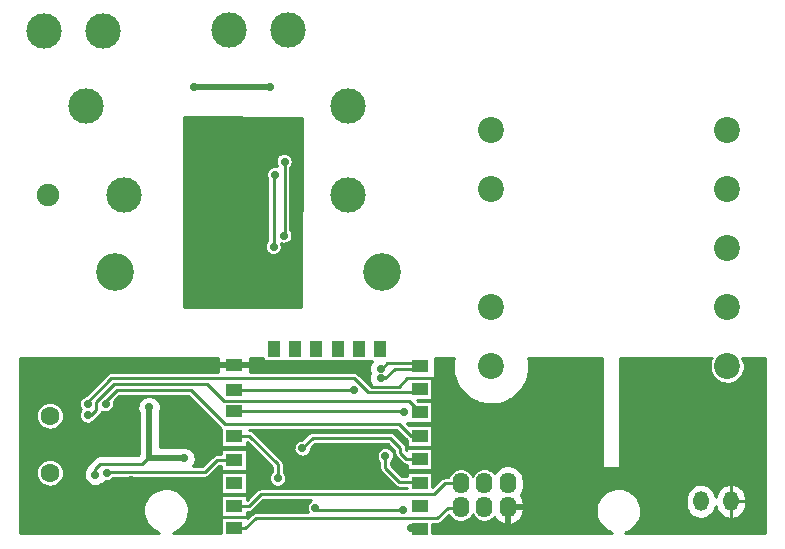
<source format=gtl>
G04 DipTrace 2.4.0.2*
%INlayout____.GTL*%
%MOIN*%
%ADD10C,0.0098*%
%ADD14C,0.0197*%
%ADD15C,0.0118*%
%ADD19O,0.0512X0.0669*%
%ADD25C,0.126*%
%ADD26C,0.1181*%
%ADD27O,0.0551X0.0709*%
%ADD28C,0.1181*%
%ADD29C,0.0748*%
%ADD38C,0.0866*%
%ADD49R,0.0551X0.0433*%
%ADD50R,0.0433X0.0551*%
%ADD51C,0.063*%
%ADD52C,0.0276*%
%FSLAX44Y44*%
G04*
G70*
G90*
G75*
G01*
%LNTop*%
%LPD*%
X2740Y2173D2*
D10*
Y2362D1*
X2898Y2520D1*
X4283D1*
X4504Y2740D1*
X4535D1*
D14*
Y4409D1*
Y2740D2*
X5669D1*
X5701Y2709D1*
X12252Y5701D2*
D10*
Y5669D1*
X12472Y5890D1*
X13655D1*
X13551Y5785D1*
Y5701D1*
X12724D1*
X12409Y5386D1*
X12252D1*
X13008Y1008D2*
X10142D1*
X10079Y1071D1*
X12409Y2803D2*
Y2394D1*
X12882Y1921D1*
X13522D1*
X13551Y1893D1*
X1260Y3118D2*
X1795D1*
Y3559D1*
X3557Y3686D2*
Y3056D1*
X3526D1*
X2896Y3025D2*
X3526D1*
Y3056D1*
X3557Y3686D2*
X2896D1*
Y3025D1*
X11024Y5732D2*
X11339D1*
X11969Y5102D1*
X12850D1*
X13134Y5386D1*
X14299D1*
X14205Y5291D1*
X14142D1*
X7371Y3471D2*
X7868D1*
X8819Y2520D1*
Y2047D1*
X7371Y4276D2*
X13015D1*
X13039Y4252D1*
X2488Y4157D2*
X2614D1*
X2772Y4315D1*
Y4598D1*
X3370Y5197D1*
X6457D1*
X7024Y4630D1*
X13197D1*
X13566Y4261D1*
X13551Y4245D1*
X2488Y4535D2*
X2425D1*
X3276Y5386D1*
X11370D1*
X11843Y4913D1*
X13512D1*
X13614Y5015D1*
X13551D1*
X8550Y15095D2*
D14*
Y15087D1*
X6016D1*
X7371Y4984D2*
D10*
X11363D1*
X11370Y4976D1*
X8738Y12157D2*
X8693D1*
Y9764D1*
X9050Y12595D2*
Y10142D1*
X9039D1*
X13551Y2698D2*
X13113D1*
X12913Y2898D1*
Y3055D1*
X12567Y3402D1*
X9984D1*
X9638Y3055D1*
X13551Y345D2*
Y378D1*
X13260D1*
X7363Y1119D2*
X7859D1*
X8252Y1512D1*
X14016D1*
X14387Y1883D1*
X14925D1*
X3087Y4535D2*
X2992D1*
X3465Y5008D1*
X5921D1*
X7055Y3874D1*
X12850D1*
X13253Y3471D1*
X13551D1*
X3116Y2237D2*
Y2268D1*
X6394D1*
X6792Y2666D1*
X7371D1*
Y377D2*
X7747D1*
X8094Y724D1*
X14142D1*
X14488Y1071D1*
X14901D1*
X14925Y1095D1*
D52*
X1795Y3559D3*
D3*
X6016Y15087D3*
X13260Y378D3*
X3087Y4535D3*
X2488D3*
Y4157D3*
X1260Y3118D3*
X9050Y12595D3*
X8738Y12157D3*
X3116Y2237D3*
X2740Y2173D3*
X2896Y3686D3*
X4535Y4409D3*
X5701Y2709D3*
X9417Y13669D3*
X6929Y13701D3*
X6898Y12378D3*
X7937Y11244D3*
Y9890D3*
X9480Y12567D3*
X6425Y8787D3*
X6047Y13575D3*
Y12189D3*
X7213Y9764D3*
X8550Y15095D3*
X13039Y4252D3*
X11370Y4976D3*
X12252Y5701D3*
Y5386D3*
X8693Y9764D3*
X9039Y10142D3*
X8819Y2047D3*
X12409Y2803D3*
X2236Y5732D3*
X10740D3*
X11024D3*
X9638Y3055D3*
X13008Y1008D3*
X2896Y3025D3*
X10079Y1071D3*
X3557Y3686D3*
X3526Y3056D3*
X16504Y378D3*
X9512Y3496D3*
X3339Y378D3*
X9008Y3213D3*
X21071Y5228D3*
X22079Y5197D3*
X22110Y4441D3*
X20787Y2016D3*
X23559Y2961D3*
X23937Y504D3*
X24630Y1291D3*
X5858Y3213D3*
X5291Y4378D3*
X5984Y5732D3*
X9701Y5827D3*
X1795Y2583D3*
X3937Y1984D3*
X2551Y378D3*
X8913Y1102D3*
X8220Y1953D3*
X14110Y3118D3*
X8598Y3213D3*
X16882Y4220D3*
X17638Y5071D3*
X17165Y1102D3*
X14142Y4630D3*
Y5291D3*
X248Y5964D2*
D10*
X6834D1*
X7906D2*
X8308D1*
X14085D2*
X14656D1*
X17196D2*
X19622D1*
X20252D2*
X23234D1*
X24366D2*
X25043D1*
X248Y5867D2*
X6834D1*
X7906D2*
X11893D1*
X14085D2*
X14645D1*
X17207D2*
X19622D1*
X20252D2*
X23211D1*
X24389D2*
X25043D1*
X248Y5770D2*
X6834D1*
X7906D2*
X11860D1*
X14085D2*
X14642D1*
X17209D2*
X19622D1*
X20252D2*
X23205D1*
X24394D2*
X25043D1*
X248Y5673D2*
X6834D1*
X7906D2*
X11856D1*
X14085D2*
X14647D1*
X17204D2*
X19622D1*
X20252D2*
X23216D1*
X24385D2*
X25043D1*
X248Y5575D2*
X3200D1*
X11446D2*
X11876D1*
X14085D2*
X14659D1*
X17193D2*
X19622D1*
X20252D2*
X23244D1*
X24357D2*
X25043D1*
X248Y5478D2*
X3074D1*
X11571D2*
X11866D1*
X14085D2*
X14679D1*
X17173D2*
X19622D1*
X20252D2*
X23291D1*
X24309D2*
X25043D1*
X248Y5381D2*
X2977D1*
X11668D2*
X11854D1*
X14085D2*
X14708D1*
X17144D2*
X19622D1*
X20252D2*
X23365D1*
X24235D2*
X25043D1*
X248Y5284D2*
X2880D1*
X11766D2*
X11868D1*
X13987D2*
X14744D1*
X17107D2*
X19622D1*
X20252D2*
X23485D1*
X24115D2*
X25043D1*
X248Y5187D2*
X2784D1*
X13987D2*
X14790D1*
X17061D2*
X19622D1*
X20252D2*
X25043D1*
X248Y5090D2*
X2687D1*
X13987D2*
X14848D1*
X17004D2*
X19622D1*
X20252D2*
X25043D1*
X248Y4993D2*
X2588D1*
X13987D2*
X14918D1*
X16935D2*
X19622D1*
X20252D2*
X25043D1*
X248Y4896D2*
X2491D1*
X13987D2*
X15002D1*
X16850D2*
X19622D1*
X20252D2*
X25043D1*
X248Y4799D2*
X2358D1*
X3549D2*
X5836D1*
X13987D2*
X15108D1*
X16744D2*
X19622D1*
X20252D2*
X25043D1*
X248Y4701D2*
X2242D1*
X3452D2*
X4271D1*
X4801D2*
X5935D1*
X13987D2*
X15244D1*
X16609D2*
X19622D1*
X20252D2*
X25043D1*
X248Y4604D2*
X2198D1*
X3377D2*
X4191D1*
X4881D2*
X6032D1*
X13987D2*
X15433D1*
X16420D2*
X19622D1*
X20252D2*
X25043D1*
X248Y4507D2*
X937D1*
X1521D2*
X2190D1*
X3385D2*
X4151D1*
X4921D2*
X6128D1*
X13987D2*
X19622D1*
X20252D2*
X25043D1*
X248Y4410D2*
X841D1*
X1616D2*
X2218D1*
X3357D2*
X4138D1*
X4933D2*
X6225D1*
X13987D2*
X19622D1*
X20252D2*
X25043D1*
X248Y4313D2*
X787D1*
X1670D2*
X2235D1*
X3282D2*
X4151D1*
X4921D2*
X6322D1*
X13987D2*
X19622D1*
X20252D2*
X25043D1*
X248Y4216D2*
X760D1*
X1697D2*
X2195D1*
X2955D2*
X4177D1*
X4893D2*
X6419D1*
X13987D2*
X19622D1*
X20252D2*
X25043D1*
X248Y4119D2*
X752D1*
X1704D2*
X2191D1*
X2869D2*
X4177D1*
X4893D2*
X6516D1*
X13987D2*
X19622D1*
X20252D2*
X25043D1*
X248Y4022D2*
X766D1*
X1690D2*
X2222D1*
X2772D2*
X4177D1*
X4893D2*
X6614D1*
X13987D2*
X19622D1*
X20252D2*
X25043D1*
X248Y3925D2*
X803D1*
X1654D2*
X2307D1*
X2669D2*
X4177D1*
X4893D2*
X6711D1*
X13987D2*
X19622D1*
X20252D2*
X25043D1*
X248Y3827D2*
X869D1*
X1588D2*
X4177D1*
X4893D2*
X6808D1*
X13987D2*
X19622D1*
X20252D2*
X25043D1*
X248Y3730D2*
X989D1*
X1468D2*
X4177D1*
X4893D2*
X6905D1*
X13987D2*
X19622D1*
X20252D2*
X25043D1*
X248Y3633D2*
X4177D1*
X4893D2*
X6934D1*
X7995D2*
X12798D1*
X13987D2*
X19622D1*
X20252D2*
X25043D1*
X248Y3536D2*
X4177D1*
X4893D2*
X6934D1*
X8097D2*
X9826D1*
X12726D2*
X12895D1*
X13987D2*
X19622D1*
X20252D2*
X25043D1*
X248Y3439D2*
X4177D1*
X4893D2*
X6934D1*
X8194D2*
X9729D1*
X12823D2*
X12992D1*
X13987D2*
X19622D1*
X20252D2*
X25043D1*
X248Y3342D2*
X4177D1*
X4893D2*
X6934D1*
X8290D2*
X9590D1*
X12920D2*
X13089D1*
X13987D2*
X19622D1*
X20252D2*
X25043D1*
X248Y3245D2*
X4177D1*
X4893D2*
X6934D1*
X8387D2*
X9409D1*
X13018D2*
X13114D1*
X13987D2*
X19622D1*
X20252D2*
X25043D1*
X248Y3148D2*
X4177D1*
X4893D2*
X6934D1*
X7808D2*
X7897D1*
X8484D2*
X9353D1*
X10024D2*
X12528D1*
X13987D2*
X19622D1*
X20252D2*
X25043D1*
X248Y3051D2*
X4177D1*
X5893D2*
X7994D1*
X8581D2*
X9338D1*
X9938D2*
X12249D1*
X12569D2*
X12624D1*
X13987D2*
X19622D1*
X20252D2*
X25043D1*
X248Y2953D2*
X4177D1*
X6011D2*
X6934D1*
X7808D2*
X8091D1*
X8680D2*
X9357D1*
X9919D2*
X12152D1*
X13987D2*
X19622D1*
X20252D2*
X25043D1*
X248Y2856D2*
X4177D1*
X6070D2*
X6717D1*
X7808D2*
X8189D1*
X8776D2*
X9418D1*
X9858D2*
X12115D1*
X13987D2*
X19622D1*
X20252D2*
X25043D1*
X248Y2759D2*
X2708D1*
X6094D2*
X6591D1*
X7808D2*
X8286D1*
X8873D2*
X12114D1*
X12706D2*
X12759D1*
X13987D2*
X19622D1*
X20252D2*
X25043D1*
X248Y2662D2*
X1029D1*
X1428D2*
X2607D1*
X6096D2*
X6494D1*
X7808D2*
X8383D1*
X8970D2*
X12148D1*
X12672D2*
X12855D1*
X13987D2*
X19622D1*
X20252D2*
X25043D1*
X248Y2565D2*
X887D1*
X1568D2*
X2510D1*
X6071D2*
X6398D1*
X7808D2*
X8480D1*
X9024D2*
X12199D1*
X12620D2*
X12952D1*
X13987D2*
X19622D1*
X20252D2*
X25043D1*
X248Y2468D2*
X814D1*
X1644D2*
X2450D1*
X7808D2*
X8577D1*
X9029D2*
X12199D1*
X12629D2*
X13114D1*
X13987D2*
X16349D1*
X16650D2*
X19622D1*
X20252D2*
X25043D1*
X248Y2371D2*
X772D1*
X1685D2*
X2396D1*
X6791D2*
X6934D1*
X7808D2*
X8609D1*
X9029D2*
X12200D1*
X12726D2*
X13114D1*
X13987D2*
X14793D1*
X15057D2*
X15580D1*
X15845D2*
X16160D1*
X16840D2*
X25043D1*
X248Y2274D2*
X754D1*
X1704D2*
X2356D1*
X6693D2*
X8609D1*
X9029D2*
X12239D1*
X12823D2*
X14624D1*
X15226D2*
X15411D1*
X16014D2*
X16068D1*
X16933D2*
X25043D1*
X248Y2177D2*
X757D1*
X1701D2*
X2342D1*
X6596D2*
X6934D1*
X7808D2*
X8551D1*
X9087D2*
X12332D1*
X12920D2*
X13114D1*
X13987D2*
X14547D1*
X16989D2*
X25043D1*
X248Y2079D2*
X780D1*
X1678D2*
X2354D1*
X6473D2*
X6934D1*
X7808D2*
X8521D1*
X9116D2*
X12431D1*
X13987D2*
X14336D1*
X17023D2*
X25043D1*
X248Y1982D2*
X827D1*
X1630D2*
X2393D1*
X3263D2*
X6934D1*
X7808D2*
X8528D1*
X9110D2*
X12528D1*
X13987D2*
X14193D1*
X17035D2*
X25043D1*
X248Y1885D2*
X912D1*
X1545D2*
X2471D1*
X3009D2*
X6934D1*
X7808D2*
X8569D1*
X9069D2*
X12625D1*
X13987D2*
X14095D1*
X17035D2*
X25043D1*
X248Y1788D2*
X1089D1*
X1367D2*
X2687D1*
X2794D2*
X6934D1*
X7808D2*
X8681D1*
X8956D2*
X12721D1*
X17035D2*
X22644D1*
X23206D2*
X23644D1*
X24206D2*
X25043D1*
X248Y1691D2*
X4869D1*
X5324D2*
X6934D1*
X7808D2*
X8152D1*
X17023D2*
X19948D1*
X20403D2*
X22532D1*
X23319D2*
X23531D1*
X24318D2*
X25043D1*
X248Y1594D2*
X4663D1*
X5530D2*
X6934D1*
X7808D2*
X8040D1*
X16992D2*
X19742D1*
X20609D2*
X22466D1*
X23385D2*
X23467D1*
X24385D2*
X25043D1*
X248Y1497D2*
X4546D1*
X5647D2*
X7943D1*
X16936D2*
X19625D1*
X20726D2*
X22429D1*
X24423D2*
X25043D1*
X248Y1400D2*
X4464D1*
X5728D2*
X6925D1*
X16984D2*
X19544D1*
X20806D2*
X22412D1*
X24440D2*
X25043D1*
X248Y1302D2*
X4408D1*
X5785D2*
X6925D1*
X8337D2*
X9896D1*
X17020D2*
X19487D1*
X20864D2*
X22410D1*
X24441D2*
X25043D1*
X248Y1205D2*
X4368D1*
X5825D2*
X6925D1*
X8240D2*
X9813D1*
X17035D2*
X19445D1*
X20904D2*
X22410D1*
X24441D2*
X25043D1*
X248Y1108D2*
X4341D1*
X5851D2*
X6925D1*
X8141D2*
X9783D1*
X17035D2*
X19420D1*
X20930D2*
X22419D1*
X24432D2*
X25043D1*
X248Y1011D2*
X4329D1*
X5864D2*
X6925D1*
X8044D2*
X9786D1*
X17035D2*
X19408D1*
X20943D2*
X22447D1*
X24403D2*
X25043D1*
X248Y914D2*
X4329D1*
X5864D2*
X6925D1*
X7800D2*
X8019D1*
X17026D2*
X19408D1*
X20943D2*
X22501D1*
X23350D2*
X23501D1*
X24349D2*
X25043D1*
X248Y817D2*
X4341D1*
X5851D2*
X6925D1*
X7800D2*
X7894D1*
X16996D2*
X19420D1*
X20930D2*
X22590D1*
X23260D2*
X23590D1*
X24261D2*
X25043D1*
X248Y720D2*
X4368D1*
X5825D2*
X6934D1*
X14431D2*
X14608D1*
X15242D2*
X15396D1*
X16943D2*
X19447D1*
X20904D2*
X22768D1*
X23082D2*
X23768D1*
X24082D2*
X25043D1*
X248Y623D2*
X4409D1*
X5784D2*
X6934D1*
X14334D2*
X14751D1*
X15100D2*
X15539D1*
X15888D2*
X16143D1*
X16858D2*
X19487D1*
X20863D2*
X25043D1*
X248Y526D2*
X4468D1*
X5727D2*
X6934D1*
X14179D2*
X16303D1*
X16697D2*
X19545D1*
X20804D2*
X25043D1*
X248Y428D2*
X4549D1*
X5644D2*
X6934D1*
X13987D2*
X19627D1*
X20723D2*
X25043D1*
X248Y331D2*
X4667D1*
X5525D2*
X6934D1*
X13987D2*
X19745D1*
X20604D2*
X25043D1*
X22420Y1361D2*
X22426Y1445D1*
X22452Y1540D1*
X22495Y1628D1*
X22555Y1706D1*
X22628Y1771D1*
X22713Y1821D1*
X22806Y1853D1*
X22903Y1867D1*
X23002Y1861D1*
X23097Y1837D1*
X23186Y1795D1*
X23264Y1736D1*
X23331Y1664D1*
X23381Y1580D1*
X23415Y1487D1*
X23425Y1438D1*
X23439Y1502D1*
X23463Y1567D1*
X23495Y1628D1*
X23535Y1684D1*
X23583Y1734D1*
X23636Y1777D1*
X23696Y1812D1*
X23759Y1839D1*
X23825Y1857D1*
X23894Y1866D1*
X23962D1*
X24031Y1856D1*
X24097Y1837D1*
X24160Y1809D1*
X24218Y1773D1*
X24272Y1730D1*
X24319Y1679D1*
X24358Y1623D1*
X24390Y1562D1*
X24413Y1497D1*
X24426Y1429D1*
X24431Y1361D1*
X24430Y1164D1*
X24420Y1096D1*
X24400Y1030D1*
X24372Y967D1*
X24336Y909D1*
X24292Y856D1*
X24242Y809D1*
X24185Y770D1*
X24124Y738D1*
X24059Y716D1*
X23991Y702D1*
X23923Y698D1*
X23854Y703D1*
X23787Y717D1*
X23722Y741D1*
X23661Y772D1*
X23605Y812D1*
X23555Y859D1*
X23511Y913D1*
X23476Y972D1*
X23448Y1035D1*
X23430Y1101D1*
X23425Y1127D1*
X23410Y1058D1*
X23372Y967D1*
X23318Y885D1*
X23249Y815D1*
X23168Y760D1*
X23078Y721D1*
X22982Y701D1*
X22883Y700D1*
X22787Y717D1*
X22695Y753D1*
X22612Y806D1*
X22541Y874D1*
X22485Y955D1*
X22445Y1044D1*
X22423Y1140D1*
X22419Y1204D1*
X22421Y1361D1*
X20933Y915D2*
X20920Y817D1*
X20895Y722D1*
X20858Y631D1*
X20809Y546D1*
X20749Y467D1*
X20680Y397D1*
X20603Y337D1*
X20518Y287D1*
X20428Y248D1*
X20397Y238D1*
X25053D1*
Y6061D1*
X24313D1*
X24341Y6005D1*
X24370Y5912D1*
X24384Y5814D1*
X24383Y5733D1*
X24366Y5636D1*
X24334Y5544D1*
X24286Y5458D1*
X24225Y5381D1*
X24152Y5315D1*
X24068Y5263D1*
X23978Y5225D1*
X23882Y5204D1*
X23784Y5198D1*
X23686Y5209D1*
X23591Y5236D1*
X23503Y5279D1*
X23423Y5336D1*
X23353Y5406D1*
X23296Y5486D1*
X23254Y5574D1*
X23227Y5669D1*
X23216Y5767D1*
X23221Y5865D1*
X23243Y5961D1*
X23281Y6051D1*
X23286Y6061D1*
X20241D1*
X20242Y5325D1*
Y2404D1*
X19632D1*
Y6062D1*
X19148Y6061D1*
X17168D1*
X17187Y5960D1*
X17197Y5862D1*
X17199Y5733D1*
X17191Y5635D1*
X17176Y5538D1*
X17153Y5442D1*
X17124Y5348D1*
X17086Y5257D1*
X17042Y5169D1*
X16992Y5085D1*
X16935Y5005D1*
X16872Y4929D1*
X16803Y4859D1*
X16729Y4794D1*
X16650Y4735D1*
X16567Y4682D1*
X16480Y4636D1*
X16390Y4596D1*
X16297Y4564D1*
X16202Y4539D1*
X16105Y4522D1*
X16007Y4511D1*
X15909Y4509D1*
X15811Y4514D1*
X15713Y4527D1*
X15617Y4547D1*
X15522Y4575D1*
X15430Y4609D1*
X15341Y4651D1*
X15256Y4700D1*
X15174Y4755D1*
X15097Y4816D1*
X15025Y4883D1*
X14958Y4955D1*
X14897Y5032D1*
X14842Y5114D1*
X14794Y5200D1*
X14752Y5289D1*
X14718Y5381D1*
X14690Y5475D1*
X14670Y5572D1*
X14658Y5669D1*
X14653Y5767D1*
X14655Y5866D1*
X14666Y5964D1*
X14684Y6062D1*
X14226Y6061D1*
X14077D1*
X14076Y5809D1*
Y5319D1*
X13976D1*
X13978Y5088D1*
Y4647D1*
X13463D1*
X13499Y4612D1*
X13812Y4613D1*
X13978D1*
Y3877D1*
X13132D1*
X13170Y3839D1*
X13714Y3840D1*
X13978D1*
Y3103D1*
X13123D1*
Y3317D1*
X12766Y3674D1*
X12309Y3673D1*
X7868Y3672D1*
X7916Y3666D1*
X7962Y3648D1*
X8010Y3613D1*
X8961Y2662D1*
X8991Y2623D1*
X9011Y2578D1*
X9020Y2520D1*
Y2257D1*
X9046Y2227D1*
X9073Y2186D1*
X9093Y2141D1*
X9105Y2094D1*
X9108Y2047D1*
X9104Y1998D1*
X9092Y1951D1*
X9071Y1906D1*
X9044Y1865D1*
X9010Y1830D1*
X8970Y1801D1*
X8926Y1779D1*
X8879Y1764D1*
X8831Y1758D1*
X8781Y1760D1*
X8733Y1771D1*
X8688Y1789D1*
X8646Y1815D1*
X8609Y1848D1*
X8579Y1886D1*
X8555Y1929D1*
X8539Y1976D1*
X8530Y2024D1*
X8531Y2073D1*
X8539Y2122D1*
X8556Y2168D1*
X8580Y2211D1*
X8619Y2256D1*
X8618Y2436D1*
X7797Y3257D1*
X7798Y3103D1*
X6943D1*
Y3707D1*
X6913Y3732D1*
X5838Y4808D1*
X3548Y4807D1*
X3362Y4621D1*
X3372Y4582D1*
X3376Y4535D1*
X3372Y4486D1*
X3359Y4439D1*
X3339Y4394D1*
X3312Y4353D1*
X3278Y4318D1*
X3238Y4289D1*
X3194Y4267D1*
X3147Y4252D1*
X3098Y4246D1*
X3049Y4249D1*
X3001Y4259D1*
X2968Y4272D1*
X2949Y4220D1*
X2914Y4173D1*
X2713Y3975D1*
X2679Y3940D1*
X2640Y3911D1*
X2596Y3889D1*
X2549Y3874D1*
X2500Y3868D1*
X2451Y3871D1*
X2403Y3881D1*
X2357Y3899D1*
X2315Y3925D1*
X2279Y3958D1*
X2248Y3996D1*
X2224Y4039D1*
X2208Y4086D1*
X2200Y4134D1*
Y4183D1*
X2209Y4232D1*
X2225Y4278D1*
X2249Y4321D1*
X2270Y4346D1*
X2248Y4374D1*
X2224Y4417D1*
X2208Y4464D1*
X2200Y4512D1*
Y4561D1*
X2209Y4610D1*
X2225Y4656D1*
X2249Y4699D1*
X2280Y4737D1*
X2318Y4769D1*
X2360Y4795D1*
X2422Y4816D1*
X3134Y5528D1*
X3172Y5558D1*
X3217Y5578D1*
X3276Y5587D1*
X6845D1*
X6844Y6061D1*
X238D1*
Y238D1*
X4866Y241D1*
X4774Y276D1*
X4688Y324D1*
X4609Y382D1*
X4537Y450D1*
X4476Y527D1*
X4424Y611D1*
X4384Y700D1*
X4356Y795D1*
X4341Y892D1*
X4338Y990D1*
X4348Y1088D1*
X4370Y1184D1*
X4404Y1276D1*
X4451Y1363D1*
X4508Y1443D1*
X4574Y1515D1*
X4650Y1578D1*
X4733Y1630D1*
X4822Y1672D1*
X4916Y1701D1*
X5013Y1718D1*
X5111Y1723D1*
X5209Y1715D1*
X5306Y1694D1*
X5398Y1660D1*
X5486Y1616D1*
X5567Y1560D1*
X5640Y1494D1*
X5704Y1419D1*
X5758Y1337D1*
X5800Y1248D1*
X5831Y1155D1*
X5850Y1058D1*
X5856Y964D1*
X5849Y866D1*
X5830Y769D1*
X5799Y676D1*
X5756Y587D1*
X5702Y505D1*
X5637Y431D1*
X5564Y366D1*
X5483Y310D1*
X5395Y266D1*
X5318Y238D1*
X6945D1*
X6943Y403D1*
Y745D1*
X7798D1*
Y713D1*
X7953Y866D1*
X7991Y897D1*
X8036Y917D1*
X8094Y925D1*
X9828D1*
X9798Y999D1*
X9790Y1048D1*
X9791Y1097D1*
X9799Y1145D1*
X9816Y1191D1*
X9840Y1234D1*
X9871Y1272D1*
X9920Y1312D1*
X8336Y1311D1*
X8001Y977D1*
X7962Y946D1*
X7917Y926D1*
X7859Y918D1*
X7790D1*
Y750D1*
X6935D1*
Y1487D1*
X7790D1*
Y1334D1*
X8110Y1654D1*
X8149Y1684D1*
X8194Y1704D1*
X8252Y1713D1*
X13122D1*
X13079Y1720D1*
X12882D1*
X12833Y1726D1*
X12787Y1744D1*
X12740Y1779D1*
X12267Y2252D1*
X12237Y2290D1*
X12217Y2335D1*
X12209Y2394D1*
Y2595D1*
X12169Y2642D1*
X12145Y2685D1*
X12129Y2731D1*
X12121Y2780D1*
Y2829D1*
X12130Y2877D1*
X12146Y2924D1*
X12171Y2967D1*
X12202Y3005D1*
X12239Y3037D1*
X12281Y3062D1*
X12327Y3080D1*
X12375Y3090D1*
X12424Y3092D1*
X12472Y3086D1*
X12519Y3071D1*
X12563Y3048D1*
X12602Y3019D1*
X12636Y2983D1*
X12663Y2942D1*
X12683Y2897D1*
X12695Y2849D1*
X12699Y2803D1*
X12695Y2754D1*
X12682Y2707D1*
X12662Y2662D1*
X12634Y2621D1*
X12610Y2596D1*
Y2476D1*
X12966Y2121D1*
X13123Y2122D1*
Y2261D1*
X13978D1*
Y1758D1*
X14245Y2025D1*
X14284Y2055D1*
X14328Y2075D1*
X14387Y2084D1*
X14514D1*
X14537Y2140D1*
X14560Y2183D1*
X14588Y2224D1*
X14620Y2261D1*
X14657Y2294D1*
X14697Y2322D1*
X14740Y2346D1*
X14785Y2365D1*
X14832Y2379D1*
X14881Y2386D1*
X14930Y2389D1*
X14979Y2385D1*
X15027Y2376D1*
X15074Y2362D1*
X15119Y2342D1*
X15162Y2317D1*
X15201Y2288D1*
X15237Y2254D1*
X15268Y2216D1*
X15295Y2175D1*
X15319Y2127D1*
X15347Y2183D1*
X15375Y2224D1*
X15408Y2261D1*
X15444Y2294D1*
X15484Y2322D1*
X15527Y2346D1*
X15572Y2365D1*
X15620Y2379D1*
X15668Y2386D1*
X15717Y2389D1*
X15766Y2385D1*
X15815Y2376D1*
X15862Y2362D1*
X15907Y2342D1*
X15949Y2317D1*
X15989Y2288D1*
X16047Y2227D1*
X16097Y2299D1*
X16167Y2368D1*
X16249Y2423D1*
X16339Y2462D1*
X16435Y2483D1*
X16533Y2486D1*
X16630Y2471D1*
X16723Y2438D1*
X16807Y2388D1*
X16881Y2323D1*
X16942Y2246D1*
X16987Y2159D1*
X17015Y2065D1*
X17026Y1967D1*
X17024Y1804D1*
X17023Y1755D1*
X17005Y1658D1*
X16969Y1567D1*
X16921Y1490D1*
X16962Y1425D1*
X16991Y1362D1*
X17011Y1296D1*
X17023Y1228D1*
X17026Y1155D1*
X17024Y977D1*
X17014Y909D1*
X16996Y843D1*
X16969Y780D1*
X16934Y720D1*
X16892Y666D1*
X16842Y618D1*
X16787Y577D1*
X16727Y543D1*
X16663Y517D1*
X16597Y500D1*
X16528Y492D1*
X16459Y493D1*
X16391Y502D1*
X16325Y521D1*
X16262Y548D1*
X16203Y583D1*
X16148Y626D1*
X16100Y675D1*
X16059Y730D1*
X16047Y751D1*
X16008Y708D1*
X15971Y676D1*
X15930Y649D1*
X15886Y626D1*
X15840Y609D1*
X15793Y597D1*
X15744Y591D1*
X15695Y590D1*
X15646Y595D1*
X15598Y605D1*
X15551Y621D1*
X15507Y642D1*
X15465Y669D1*
X15427Y699D1*
X15392Y734D1*
X15362Y773D1*
X15336Y815D1*
X15319Y853D1*
X15283Y784D1*
X15254Y744D1*
X15221Y708D1*
X15183Y676D1*
X15143Y649D1*
X15099Y626D1*
X15053Y609D1*
X15005Y597D1*
X14956Y591D1*
X14907Y590D1*
X14858Y595D1*
X14810Y605D1*
X14764Y621D1*
X14719Y642D1*
X14678Y669D1*
X14639Y699D1*
X14605Y734D1*
X14574Y773D1*
X14539Y836D1*
X14352Y650D1*
X14284Y582D1*
X14245Y552D1*
X14200Y532D1*
X14142Y524D1*
X13977D1*
X13978Y238D1*
X19952D1*
X19853Y276D1*
X19767Y324D1*
X19687Y382D1*
X19616Y450D1*
X19554Y527D1*
X19503Y611D1*
X19463Y700D1*
X19435Y795D1*
X19419Y892D1*
X19416Y990D1*
X19426Y1088D1*
X19449Y1184D1*
X19483Y1276D1*
X19529Y1363D1*
X19586Y1443D1*
X19653Y1515D1*
X19729Y1578D1*
X19812Y1630D1*
X19901Y1672D1*
X19995Y1701D1*
X20092Y1718D1*
X20190Y1723D1*
X20288Y1715D1*
X20384Y1694D1*
X20477Y1660D1*
X20564Y1616D1*
X20645Y1560D1*
X20719Y1494D1*
X20783Y1419D1*
X20836Y1337D1*
X20879Y1248D1*
X20910Y1155D1*
X20928Y1058D1*
X20934Y964D1*
X20933Y915D1*
X3349Y2067D2*
X3307Y2020D1*
X3267Y1991D1*
X3224Y1969D1*
X3177Y1954D1*
X3128Y1948D1*
X3059Y1955D1*
X3021Y1906D1*
X2985Y1872D1*
X2945Y1844D1*
X2901Y1821D1*
X2855Y1803D1*
X2808Y1791D1*
X2759Y1786D1*
X2710Y1787D1*
X2661Y1794D1*
X2613Y1807D1*
X2568Y1826D1*
X2526Y1850D1*
X2486Y1880D1*
X2451Y1914D1*
X2421Y1953D1*
X2396Y1995D1*
X2376Y2040D1*
X2362Y2088D1*
X2354Y2136D1*
X2353Y2185D1*
X2357Y2234D1*
X2368Y2282D1*
X2385Y2328D1*
X2407Y2372D1*
X2448Y2428D1*
X2469Y2490D1*
X2494Y2532D1*
X2529Y2574D1*
X2686Y2731D1*
X2724Y2763D1*
X2766Y2788D1*
X2812Y2806D1*
X2844Y2814D1*
X2898Y2819D1*
X4160D1*
X4186Y2845D1*
X4187Y3724D1*
Y4240D1*
X4171Y4277D1*
X4157Y4324D1*
X4149Y4372D1*
X4148Y4421D1*
X4152Y4470D1*
X4163Y4518D1*
X4180Y4565D1*
X4203Y4608D1*
X4230Y4649D1*
X4263Y4686D1*
X4300Y4718D1*
X4341Y4745D1*
X4385Y4767D1*
X4432Y4783D1*
X4480Y4793D1*
X4529Y4797D1*
X4578Y4795D1*
X4626Y4786D1*
X4673Y4772D1*
X4718Y4751D1*
X4760Y4726D1*
X4798Y4695D1*
X4832Y4659D1*
X4861Y4620D1*
X4885Y4577D1*
X4904Y4531D1*
X4916Y4483D1*
X4923Y4409D1*
X4920Y4360D1*
X4911Y4312D1*
X4884Y4242D1*
Y3088D1*
X5623Y3089D1*
X5694Y3096D1*
X5743Y3094D1*
X5792Y3086D1*
X5839Y3071D1*
X5884Y3051D1*
X5925Y3025D1*
X5964Y2994D1*
X5998Y2958D1*
X6027Y2919D1*
X6051Y2876D1*
X6069Y2830D1*
X6081Y2783D1*
X6089Y2709D1*
X6085Y2660D1*
X6076Y2611D1*
X6061Y2565D1*
X6040Y2520D1*
X6004Y2468D1*
X6310Y2469D1*
X6650Y2808D1*
X6689Y2839D1*
X6734Y2858D1*
X6792Y2867D1*
X6945D1*
X6943Y3034D1*
X7798D1*
Y2298D1*
X6943D1*
Y2466D1*
X6874D1*
X6691Y2281D1*
X6536Y2126D1*
X6497Y2096D1*
X6452Y2076D1*
X6394Y2067D1*
X3350D1*
X11898Y5544D2*
X11874Y5615D1*
X11866Y5664D1*
X11864Y5713D1*
X11869Y5762D1*
X11880Y5810D1*
X11897Y5856D1*
X11919Y5900D1*
X11950Y5944D1*
X11869Y5945D1*
X11837Y5944D1*
X11150Y5945D1*
X10991Y5944D1*
X10451Y5945D1*
X10471Y5944D1*
X9735Y5945D1*
X9754Y5944D1*
X9018Y5945D1*
X8857Y5944D1*
X8317D1*
Y6062D1*
X7895Y6061D1*
X7896Y5988D1*
Y5587D1*
X11370D1*
X11419Y5581D1*
X11465Y5563D1*
X11512Y5528D1*
X11926Y5113D1*
X11976Y5114D1*
X11933Y5166D1*
X11907Y5208D1*
X11888Y5253D1*
X11874Y5300D1*
X11866Y5349D1*
X11864Y5398D1*
X11869Y5447D1*
X11880Y5495D1*
X11897Y5542D1*
X9923Y3006D2*
X9911Y2959D1*
X9890Y2914D1*
X9863Y2873D1*
X9829Y2838D1*
X9789Y2808D1*
X9745Y2786D1*
X9698Y2772D1*
X9649Y2766D1*
X9600Y2768D1*
X9552Y2779D1*
X9507Y2797D1*
X9465Y2823D1*
X9428Y2856D1*
X9397Y2894D1*
X9374Y2937D1*
X9357Y2983D1*
X9349Y3032D1*
X9350Y3081D1*
X9358Y3129D1*
X9375Y3176D1*
X9399Y3218D1*
X9430Y3257D1*
X9467Y3289D1*
X9509Y3314D1*
X9555Y3332D1*
X9603Y3342D1*
X9641Y3344D1*
X9842Y3544D1*
X9881Y3574D1*
X9926Y3594D1*
X9984Y3602D1*
X12567D1*
X12616Y3596D1*
X12661Y3579D1*
X12709Y3544D1*
X13055Y3197D1*
X13086Y3158D1*
X13105Y3114D1*
X13114Y3055D1*
Y2980D1*
X13123Y3019D1*
Y3066D1*
X13978D1*
Y2330D1*
X13123D1*
Y2497D1*
X13064Y2503D1*
X13019Y2521D1*
X12971Y2556D1*
X12771Y2756D1*
X12741Y2794D1*
X12721Y2839D1*
X12713Y2898D1*
Y2973D1*
X12483Y3201D1*
X10068D1*
X9927Y3061D1*
X9923Y3006D1*
X6993Y2249D2*
X7798D1*
Y1513D1*
X6943D1*
Y2249D1*
X6993D1*
X1692Y2187D2*
X1685Y2139D1*
X1672Y2091D1*
X1654Y2045D1*
X1631Y2001D1*
X1605Y1960D1*
X1573Y1922D1*
X1538Y1888D1*
X1500Y1857D1*
X1459Y1830D1*
X1415Y1808D1*
X1368Y1791D1*
X1321Y1779D1*
X1272Y1772D1*
X1223Y1770D1*
X1174Y1773D1*
X1125Y1781D1*
X1078Y1795D1*
X1032Y1813D1*
X989Y1836D1*
X948Y1863D1*
X910Y1895D1*
X876Y1930D1*
X846Y1969D1*
X820Y2011D1*
X798Y2055D1*
X782Y2101D1*
X770Y2149D1*
X763Y2198D1*
X762Y2247D1*
X766Y2296D1*
X775Y2344D1*
X788Y2392D1*
X807Y2437D1*
X831Y2480D1*
X859Y2521D1*
X891Y2558D1*
X926Y2592D1*
X966Y2622D1*
X1008Y2647D1*
X1052Y2668D1*
X1099Y2684D1*
X1146Y2696D1*
X1195Y2702D1*
X1244D1*
X1293Y2698D1*
X1342Y2689D1*
X1389Y2674D1*
X1434Y2655D1*
X1477Y2631D1*
X1517Y2603D1*
X1554Y2570D1*
X1587Y2534D1*
X1617Y2495D1*
X1642Y2452D1*
X1662Y2408D1*
X1678Y2361D1*
X1689Y2313D1*
X1695Y2236D1*
X1692Y2187D1*
Y4087D2*
X1685Y4039D1*
X1672Y3991D1*
X1654Y3945D1*
X1631Y3901D1*
X1605Y3860D1*
X1573Y3822D1*
X1538Y3788D1*
X1500Y3757D1*
X1459Y3730D1*
X1415Y3708D1*
X1368Y3691D1*
X1321Y3679D1*
X1272Y3672D1*
X1223Y3670D1*
X1174Y3673D1*
X1125Y3681D1*
X1078Y3695D1*
X1032Y3713D1*
X989Y3736D1*
X948Y3763D1*
X910Y3795D1*
X876Y3830D1*
X846Y3869D1*
X820Y3911D1*
X798Y3955D1*
X782Y4001D1*
X770Y4049D1*
X763Y4098D1*
X762Y4147D1*
X766Y4196D1*
X775Y4244D1*
X788Y4292D1*
X807Y4337D1*
X831Y4380D1*
X859Y4421D1*
X891Y4458D1*
X926Y4492D1*
X966Y4522D1*
X1008Y4547D1*
X1052Y4568D1*
X1099Y4584D1*
X1146Y4596D1*
X1195Y4602D1*
X1244D1*
X1293Y4598D1*
X1342Y4589D1*
X1389Y4574D1*
X1434Y4555D1*
X1477Y4531D1*
X1517Y4503D1*
X1554Y4470D1*
X1587Y4434D1*
X1617Y4395D1*
X1642Y4352D1*
X1662Y4308D1*
X1678Y4261D1*
X1689Y4213D1*
X1695Y4136D1*
X1692Y4087D1*
X23925Y1867D2*
Y698D1*
Y1282D2*
X24431D1*
X16500Y1095D2*
D14*
Y491D1*
Y1095D2*
X17025D1*
X6845Y5816D2*
X7896D1*
X5740Y13934D2*
D15*
X9604D1*
X5740Y13818D2*
X9604D1*
X5740Y13701D2*
X9604D1*
X5740Y13584D2*
X9604D1*
X5740Y13467D2*
X9604D1*
X5740Y13350D2*
X9604D1*
X5740Y13234D2*
X9604D1*
X5740Y13117D2*
X9604D1*
X5740Y13000D2*
X9604D1*
X5740Y12883D2*
X8956D1*
X9144D2*
X9604D1*
X5740Y12766D2*
X8792D1*
X9308D2*
X9604D1*
X5740Y12650D2*
X8744D1*
X9356D2*
X9602D1*
X5740Y12533D2*
X8746D1*
X9355D2*
X9602D1*
X5740Y12416D2*
X8574D1*
X9303D2*
X9602D1*
X5740Y12299D2*
X8462D1*
X9273D2*
X9602D1*
X5740Y12182D2*
X8427D1*
X9273D2*
X9602D1*
X5740Y12066D2*
X8440D1*
X9273D2*
X9602D1*
X5740Y11949D2*
X8469D1*
X9273D2*
X9602D1*
X5740Y11832D2*
X8469D1*
X9273D2*
X9602D1*
X5740Y11715D2*
X8469D1*
X9273D2*
X9602D1*
X5740Y11598D2*
X8469D1*
X9273D2*
X9602D1*
X5740Y11482D2*
X8469D1*
X9273D2*
X9602D1*
X5740Y11365D2*
X8469D1*
X9273D2*
X9602D1*
X5740Y11248D2*
X8469D1*
X9273D2*
X9602D1*
X5740Y11131D2*
X8469D1*
X9273D2*
X9602D1*
X5740Y11014D2*
X8469D1*
X9273D2*
X9602D1*
X5740Y10898D2*
X8469D1*
X9273D2*
X9602D1*
X5740Y10781D2*
X8469D1*
X9273D2*
X9602D1*
X5740Y10664D2*
X8469D1*
X9273D2*
X9600D1*
X5740Y10547D2*
X8469D1*
X9273D2*
X9600D1*
X5740Y10430D2*
X8469D1*
X9273D2*
X9600D1*
X5740Y10314D2*
X8469D1*
X9297D2*
X9600D1*
X5740Y10197D2*
X8469D1*
X9345D2*
X9600D1*
X5740Y10080D2*
X8469D1*
X9345D2*
X9600D1*
X5740Y9963D2*
X8458D1*
X9292D2*
X9600D1*
X5740Y9846D2*
X8393D1*
X9104D2*
X9600D1*
X5740Y9730D2*
X8382D1*
X9002D2*
X9600D1*
X5740Y9613D2*
X8421D1*
X8963D2*
X9600D1*
X5740Y9496D2*
X8547D1*
X8840D2*
X9600D1*
X5740Y9379D2*
X9600D1*
X5740Y9262D2*
X9600D1*
X5740Y9146D2*
X9600D1*
X5740Y9029D2*
X9600D1*
X5740Y8912D2*
X9600D1*
X5740Y8795D2*
X9600D1*
X5740Y8678D2*
X9598D1*
X5740Y8562D2*
X9598D1*
X5740Y8445D2*
X9598D1*
X5740Y8328D2*
X9598D1*
X5740Y8211D2*
X9598D1*
X5740Y8094D2*
X9598D1*
X5740Y7978D2*
X9598D1*
X5740Y7861D2*
X9598D1*
X5740Y7744D2*
X9598D1*
X9344Y12536D2*
X9327Y12480D1*
X9299Y12428D1*
X9260Y12381D1*
X9262Y11709D1*
Y10342D1*
X9291Y10305D1*
X9318Y10252D1*
X9334Y10196D1*
X9339Y10142D1*
X9334Y10083D1*
X9316Y10027D1*
X9289Y9975D1*
X9251Y9929D1*
X9205Y9892D1*
X9153Y9864D1*
X9097Y9847D1*
X9038Y9842D1*
X8981Y9848D1*
X8993Y9764D1*
X8987Y9705D1*
X8970Y9649D1*
X8942Y9597D1*
X8905Y9551D1*
X8859Y9514D1*
X8807Y9486D1*
X8750Y9469D1*
X8692Y9464D1*
X8633Y9470D1*
X8577Y9487D1*
X8525Y9515D1*
X8480Y9553D1*
X8442Y9599D1*
X8415Y9651D1*
X8398Y9707D1*
X8393Y9766D1*
X8399Y9825D1*
X8417Y9881D1*
X8445Y9933D1*
X8482Y9977D1*
X8481Y12002D1*
X8460Y12045D1*
X8443Y12101D1*
X8438Y12160D1*
X8444Y12219D1*
X8462Y12275D1*
X8490Y12327D1*
X8528Y12372D1*
X8574Y12409D1*
X8626Y12436D1*
X8683Y12452D1*
X8741Y12457D1*
X8787Y12452D1*
X8772Y12482D1*
X8756Y12539D1*
X8750Y12597D1*
X8756Y12656D1*
X8774Y12712D1*
X8802Y12764D1*
X8840Y12809D1*
X8886Y12846D1*
X8938Y12873D1*
X8995Y12890D1*
X9054Y12895D1*
X9112Y12888D1*
X9169Y12871D1*
X9220Y12842D1*
X9265Y12804D1*
X9302Y12758D1*
X9329Y12706D1*
X9345Y12649D1*
X9350Y12595D1*
X9344Y12536D1*
X9618Y14036D2*
X5728Y14051D1*
Y10685D1*
Y7744D1*
X9610D1*
X9616Y14035D1*
D19*
X22925Y1282D3*
X23925D3*
D25*
X12309Y8937D3*
X3411D3*
D26*
X2988Y16970D3*
X1019D3*
X9179Y16978D3*
X7211D3*
D27*
X16500Y1883D3*
X15713D3*
X14925D3*
Y1095D3*
X15713D3*
X16500D3*
D28*
X11175Y14469D3*
X3695Y11477D3*
X11175D3*
X2435Y14469D3*
D29*
X1175Y11477D3*
D38*
X23800Y5782D3*
X15926D3*
Y11688D3*
X23801Y13657D3*
X23800Y11688D3*
Y7751D3*
X15926Y13656D3*
Y7751D3*
X23800Y9719D3*
D49*
X13551Y345D3*
Y1119D3*
Y1893D3*
Y2698D3*
Y3471D3*
Y4245D3*
Y5015D3*
Y5785D3*
X7371Y377D3*
X7363Y1119D3*
X7371Y1881D3*
Y2666D3*
Y3471D3*
Y4276D3*
Y4984D3*
X7370Y5816D3*
D50*
X12237Y6371D3*
X11518D3*
X10819D3*
X10103D3*
X9386D3*
X8685D3*
D51*
X1228Y2236D3*
Y4136D3*
M02*

</source>
